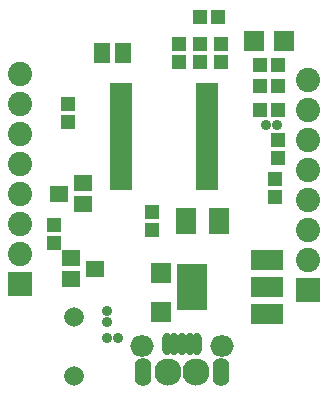
<source format=gts>
G04 #@! TF.FileFunction,Soldermask,Top*
%FSLAX46Y46*%
G04 Gerber Fmt 4.6, Leading zero omitted, Abs format (unit mm)*
G04 Created by KiCad (PCBNEW 4.0.7) date Thu Oct 12 12:28:44 2017*
%MOMM*%
%LPD*%
G01*
G04 APERTURE LIST*
%ADD10C,0.200000*%
%ADD11C,1.670000*%
%ADD12C,0.897840*%
%ADD13R,1.416000X1.797000*%
%ADD14R,1.670000X1.670000*%
%ADD15R,2.051000X2.051000*%
%ADD16C,2.051000*%
%ADD17R,1.797000X1.797000*%
%ADD18R,1.670000X2.178000*%
%ADD19R,1.543000X1.416000*%
%ADD20R,1.289000X1.289000*%
%ADD21R,2.686000X1.670000*%
%ADD22R,2.559000X3.956000*%
%ADD23R,1.898600X0.798780*%
%ADD24O,0.798780X1.898600*%
%ADD25O,1.997660X1.799540*%
%ADD26O,1.416000X2.432000*%
%ADD27C,2.299920*%
G04 APERTURE END LIST*
D10*
D11*
X157480000Y-99019360D03*
X157480000Y-94020640D03*
D12*
X161244280Y-95758000D03*
X160319720Y-95758000D03*
D13*
X161671000Y-71628000D03*
X159893000Y-71628000D03*
D14*
X172720000Y-70612000D03*
X175260000Y-70612000D03*
D12*
X160274000Y-93517720D03*
X160274000Y-94442280D03*
D15*
X152908000Y-91186000D03*
D16*
X152908000Y-88646000D03*
X152908000Y-86106000D03*
X152908000Y-83566000D03*
X152908000Y-81026000D03*
X152908000Y-78486000D03*
X152908000Y-75946000D03*
X152908000Y-73406000D03*
D15*
X177292000Y-91694000D03*
D16*
X177292000Y-89154000D03*
X177292000Y-86614000D03*
X177292000Y-84074000D03*
X177292000Y-81534000D03*
X177292000Y-78994000D03*
X177292000Y-76454000D03*
X177292000Y-73914000D03*
D17*
X164846000Y-93599000D03*
X164846000Y-90297000D03*
D18*
X169799000Y-85852000D03*
X167005000Y-85852000D03*
D19*
X158242000Y-84455000D03*
X158242000Y-82677000D03*
X156210000Y-83566000D03*
X157226000Y-89027000D03*
X157226000Y-90805000D03*
X159258000Y-89916000D03*
D20*
X174752000Y-76454000D03*
X173228000Y-76454000D03*
X173228000Y-74422000D03*
X174752000Y-74422000D03*
X174752000Y-72644000D03*
X173228000Y-72644000D03*
X164084000Y-86614000D03*
X164084000Y-85090000D03*
X174498000Y-83820000D03*
X174498000Y-82296000D03*
X169926000Y-70866000D03*
X169926000Y-72390000D03*
X168148000Y-70866000D03*
X168148000Y-72390000D03*
X166370000Y-70866000D03*
X166370000Y-72390000D03*
X168148000Y-68580000D03*
X169672000Y-68580000D03*
X174752000Y-78994000D03*
X174752000Y-80518000D03*
X156972000Y-77470000D03*
X156972000Y-75946000D03*
X155829000Y-87757000D03*
X155829000Y-86233000D03*
D21*
X173863000Y-93726000D03*
X173863000Y-91440000D03*
X173863000Y-89154000D03*
D22*
X167513000Y-91440000D03*
D23*
X161475420Y-74515980D03*
X161475420Y-75166220D03*
X161475420Y-75816460D03*
X161475420Y-76466700D03*
X161475420Y-77116940D03*
X161475420Y-77767180D03*
X161475420Y-78417420D03*
X161475420Y-79062580D03*
X161475420Y-79712820D03*
X161475420Y-80363060D03*
X161475420Y-81013300D03*
X161475420Y-81663540D03*
X161475420Y-82313780D03*
X161475420Y-82964020D03*
X168724580Y-82964020D03*
X168724580Y-82313780D03*
X168724580Y-81663540D03*
X168724580Y-81013300D03*
X168724580Y-80363060D03*
X168724580Y-79712820D03*
X168724580Y-79062580D03*
X168724580Y-78417420D03*
X168724580Y-77767180D03*
X168724580Y-77116940D03*
X168724580Y-76466700D03*
X168724580Y-75816460D03*
X168724580Y-75166220D03*
X168724580Y-74515980D03*
D24*
X165326060Y-96260920D03*
X165976300Y-96260920D03*
X166624000Y-96260920D03*
X167271700Y-96260920D03*
X167921940Y-96260920D03*
D25*
X163225480Y-96438720D03*
D26*
X163324540Y-98686620D03*
D27*
X165425120Y-98686620D03*
X167822880Y-98686620D03*
D26*
X169923460Y-98686620D03*
D25*
X170022520Y-96438720D03*
D12*
X174706280Y-77724000D03*
X173781720Y-77724000D03*
M02*

</source>
